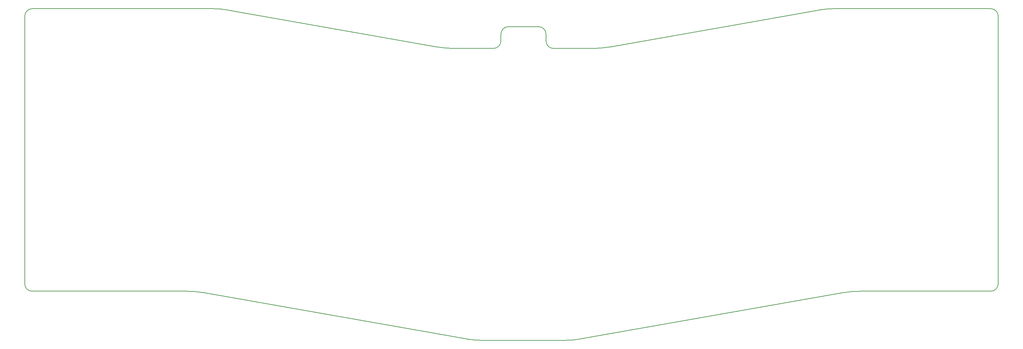
<source format=gbr>
G04 #@! TF.GenerationSoftware,KiCad,Pcbnew,6.0.5-a6ca702e91~116~ubuntu20.04.1*
G04 #@! TF.CreationDate,2022-06-01T09:33:51+02:00*
G04 #@! TF.ProjectId,3liza,336c697a-612e-46b6-9963-61645f706362,rev?*
G04 #@! TF.SameCoordinates,Original*
G04 #@! TF.FileFunction,Profile,NP*
%FSLAX46Y46*%
G04 Gerber Fmt 4.6, Leading zero omitted, Abs format (unit mm)*
G04 Created by KiCad (PCBNEW 6.0.5-a6ca702e91~116~ubuntu20.04.1) date 2022-06-01 09:33:51*
%MOMM*%
%LPD*%
G01*
G04 APERTURE LIST*
G04 #@! TA.AperFunction,Profile*
%ADD10C,0.200000*%
G04 #@! TD*
G04 APERTURE END LIST*
D10*
X161176369Y-72788356D02*
X171570538Y-72788357D01*
X20472284Y-135409792D02*
X20472281Y-64209790D01*
X149176370Y-66988370D02*
G75*
G03*
X147176370Y-68988357I30J-2000030D01*
G01*
X235938988Y-62209792D02*
X277502783Y-62209794D01*
X130267347Y-72393357D02*
G75*
G03*
X134782198Y-72788356I4514853J25604957D01*
G01*
X235938988Y-62209789D02*
G75*
G03*
X231771433Y-62574406I12J-23999911D01*
G01*
X22472283Y-62209795D02*
X70413751Y-62209792D01*
X149176370Y-66988357D02*
X157176369Y-66988356D01*
X279502806Y-64209792D02*
G75*
G03*
X277502783Y-62209794I-2000006J-8D01*
G01*
X159176444Y-70788357D02*
G75*
G03*
X161176369Y-72788356I1999956J-43D01*
G01*
X22472283Y-62209781D02*
G75*
G03*
X20472281Y-64209790I17J-2000019D01*
G01*
X74581306Y-62574403D02*
X130267347Y-72393357D01*
X137930137Y-150104594D02*
X68174476Y-137804790D01*
X164255046Y-150469218D02*
G75*
G03*
X168422602Y-150104596I-46J24000018D01*
G01*
X74581305Y-62574410D02*
G75*
G03*
X70413751Y-62209792I-4167605J-23635690D01*
G01*
X279502781Y-64209792D02*
X279502782Y-135409792D01*
X242693115Y-137409791D02*
G75*
G03*
X238178261Y-137804790I-15J-25999809D01*
G01*
X20472308Y-135409792D02*
G75*
G03*
X22472282Y-137409792I1999992J-8D01*
G01*
X277502783Y-137409782D02*
G75*
G03*
X279502782Y-135409792I17J1999982D01*
G01*
X68174476Y-137804790D02*
G75*
G03*
X63659623Y-137409795I-4514876J-25605510D01*
G01*
X176085394Y-72393358D02*
X231771433Y-62574406D01*
X145176368Y-72788370D02*
G75*
G03*
X147176370Y-70788358I32J1999970D01*
G01*
X277502783Y-137409795D02*
X242693115Y-137409794D01*
X238178261Y-137804790D02*
X168422602Y-150104596D01*
X147176370Y-70788358D02*
X147176370Y-68988357D01*
X164255046Y-150469211D02*
X142097693Y-150469210D01*
X171570538Y-72788364D02*
G75*
G03*
X176085394Y-72393358I-38J25999964D01*
G01*
X159176344Y-68988358D02*
G75*
G03*
X157176369Y-66988356I-1999944J58D01*
G01*
X159176365Y-68988358D02*
X159176369Y-70788357D01*
X63659623Y-137409795D02*
X22472282Y-137409792D01*
X134782198Y-72788356D02*
X145176368Y-72788354D01*
X137930138Y-150104589D02*
G75*
G03*
X142097693Y-150469210I4167562J23634989D01*
G01*
M02*

</source>
